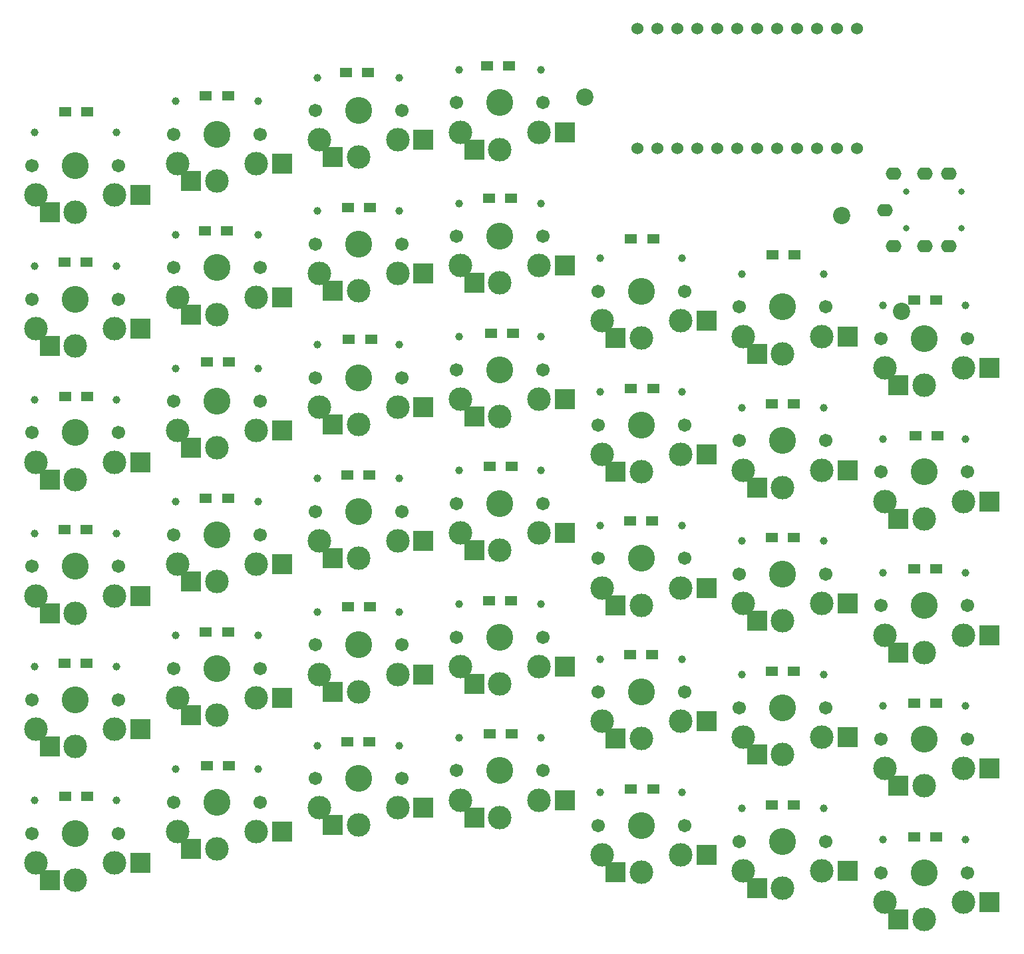
<source format=gts>
G04 #@! TF.GenerationSoftware,KiCad,Pcbnew,8.0.3*
G04 #@! TF.CreationDate,2024-11-05T20:03:27+01:00*
G04 #@! TF.ProjectId,vitter-kb,76697474-6572-42d6-9b62-2e6b69636164,rev?*
G04 #@! TF.SameCoordinates,Original*
G04 #@! TF.FileFunction,Soldermask,Top*
G04 #@! TF.FilePolarity,Negative*
%FSLAX46Y46*%
G04 Gerber Fmt 4.6, Leading zero omitted, Abs format (unit mm)*
G04 Created by KiCad (PCBNEW 8.0.3) date 2024-11-05 20:03:27*
%MOMM*%
%LPD*%
G01*
G04 APERTURE LIST*
%ADD10C,1.701800*%
%ADD11C,0.990600*%
%ADD12C,3.000000*%
%ADD13C,3.429000*%
%ADD14R,2.600000X2.600000*%
%ADD15C,2.200000*%
%ADD16R,1.600000X1.200000*%
%ADD17C,0.800000*%
%ADD18O,2.000000X1.600000*%
%ADD19C,1.524000*%
G04 APERTURE END LIST*
D10*
X121100000Y-101650000D03*
D11*
X121380000Y-97450000D03*
D12*
X121600000Y-105400000D03*
D13*
X126600000Y-101650000D03*
D12*
X126600000Y-107600000D03*
X131600000Y-105400000D03*
D11*
X131820000Y-97450000D03*
D10*
X132100000Y-101650000D03*
D14*
X123325000Y-107600000D03*
X134875000Y-105400000D03*
D10*
X49100000Y-62650000D03*
D11*
X49380000Y-58450000D03*
D12*
X49600000Y-66400000D03*
D13*
X54600000Y-62650000D03*
D12*
X54600000Y-68600000D03*
X59600000Y-66400000D03*
D11*
X59820000Y-58450000D03*
D10*
X60100000Y-62650000D03*
D14*
X51325000Y-68600000D03*
X62875000Y-66400000D03*
D10*
X85100000Y-126650000D03*
D11*
X85380000Y-122450000D03*
D12*
X85600000Y-130400000D03*
D13*
X90600000Y-126650000D03*
D12*
X90600000Y-132600000D03*
X95600000Y-130400000D03*
D11*
X95820000Y-122450000D03*
D10*
X96100000Y-126650000D03*
D14*
X87325000Y-132600000D03*
X98875000Y-130400000D03*
D10*
X121100000Y-118650000D03*
D11*
X121380000Y-114450000D03*
D12*
X121600000Y-122400000D03*
D13*
X126600000Y-118650000D03*
D12*
X126600000Y-124600000D03*
X131600000Y-122400000D03*
D11*
X131820000Y-114450000D03*
D10*
X132100000Y-118650000D03*
D14*
X123325000Y-124600000D03*
X134875000Y-122400000D03*
D10*
X103100000Y-116650000D03*
D11*
X103380000Y-112450000D03*
D12*
X103600000Y-120400000D03*
D13*
X108600000Y-116650000D03*
D12*
X108600000Y-122600000D03*
X113600000Y-120400000D03*
D11*
X113820000Y-112450000D03*
D10*
X114100000Y-116650000D03*
D14*
X105325000Y-122600000D03*
X116875000Y-120400000D03*
D15*
X134100000Y-56000000D03*
D10*
X103100000Y-133650000D03*
D11*
X103380000Y-129450000D03*
D12*
X103600000Y-137400000D03*
D13*
X108600000Y-133650000D03*
D12*
X108600000Y-139600000D03*
X113600000Y-137400000D03*
D11*
X113820000Y-129450000D03*
D10*
X114100000Y-133650000D03*
D14*
X105325000Y-139600000D03*
X116875000Y-137400000D03*
D10*
X49100000Y-45650000D03*
D11*
X49380000Y-41450000D03*
D12*
X49600000Y-49400000D03*
D13*
X54600000Y-45650000D03*
D12*
X54600000Y-51600000D03*
X59600000Y-49400000D03*
D11*
X59820000Y-41450000D03*
D10*
X60100000Y-45650000D03*
D14*
X51325000Y-51600000D03*
X62875000Y-49400000D03*
D16*
X92000000Y-105000000D03*
X89200000Y-105000000D03*
D10*
X67100000Y-93650000D03*
D11*
X67380000Y-89450000D03*
D12*
X67600000Y-97400000D03*
D13*
X72600000Y-93650000D03*
D12*
X72600000Y-99600000D03*
X77600000Y-97400000D03*
D11*
X77820000Y-89450000D03*
D10*
X78100000Y-93650000D03*
D14*
X69325000Y-99600000D03*
X80875000Y-97400000D03*
D16*
X55900000Y-58000000D03*
X53100000Y-58000000D03*
D10*
X139100000Y-88650000D03*
D11*
X139380000Y-84450000D03*
D12*
X139600000Y-92400000D03*
D13*
X144600000Y-88650000D03*
D12*
X144600000Y-94600000D03*
X149600000Y-92400000D03*
D11*
X149820000Y-84450000D03*
D10*
X150100000Y-88650000D03*
D14*
X141325000Y-94600000D03*
X152875000Y-92400000D03*
D16*
X128100000Y-61000000D03*
X125300000Y-61000000D03*
D10*
X85100000Y-41650000D03*
D11*
X85380000Y-37450000D03*
D12*
X85600000Y-45400000D03*
D13*
X90600000Y-41650000D03*
D12*
X90600000Y-47600000D03*
X95600000Y-45400000D03*
D11*
X95820000Y-37450000D03*
D10*
X96100000Y-41650000D03*
D14*
X87325000Y-47600000D03*
X98875000Y-45400000D03*
D10*
X67100000Y-59650000D03*
D11*
X67380000Y-55450000D03*
D12*
X67600000Y-63400000D03*
D13*
X72600000Y-59650000D03*
D12*
X72600000Y-65600000D03*
X77600000Y-63400000D03*
D11*
X77820000Y-55450000D03*
D10*
X78100000Y-59650000D03*
D14*
X69325000Y-65600000D03*
X80875000Y-63400000D03*
D10*
X49100000Y-130650000D03*
D11*
X49380000Y-126450000D03*
D12*
X49600000Y-134400000D03*
D13*
X54600000Y-130650000D03*
D12*
X54600000Y-136600000D03*
X59600000Y-134400000D03*
D11*
X59820000Y-126450000D03*
D10*
X60100000Y-130650000D03*
D14*
X51325000Y-136600000D03*
X62875000Y-134400000D03*
D16*
X92100000Y-122000000D03*
X89300000Y-122000000D03*
X92300000Y-71000000D03*
X89500000Y-71000000D03*
X74000000Y-89000000D03*
X71200000Y-89000000D03*
X38000000Y-96000000D03*
X35200000Y-96000000D03*
X91800000Y-37000000D03*
X89000000Y-37000000D03*
X146100000Y-66800000D03*
X143300000Y-66800000D03*
X74100000Y-55000000D03*
X71300000Y-55000000D03*
X56000000Y-92000000D03*
X53200000Y-92000000D03*
D10*
X31100000Y-100650000D03*
D11*
X31380000Y-96450000D03*
D12*
X31600000Y-104400000D03*
D13*
X36600000Y-100650000D03*
D12*
X36600000Y-106600000D03*
X41600000Y-104400000D03*
D11*
X41820000Y-96450000D03*
D10*
X42100000Y-100650000D03*
D14*
X33325000Y-106600000D03*
X44875000Y-104400000D03*
D16*
X110000000Y-111900000D03*
X107200000Y-111900000D03*
D10*
X49100000Y-113650000D03*
D11*
X49380000Y-109450000D03*
D12*
X49600000Y-117400000D03*
D13*
X54600000Y-113650000D03*
D12*
X54600000Y-119600000D03*
X59600000Y-117400000D03*
D11*
X59820000Y-109450000D03*
D10*
X60100000Y-113650000D03*
D14*
X51325000Y-119600000D03*
X62875000Y-117400000D03*
D16*
X56000000Y-40800000D03*
X53200000Y-40800000D03*
X110100000Y-78000000D03*
X107300000Y-78000000D03*
D17*
X149300000Y-57600000D03*
X142300000Y-57600000D03*
D18*
X139600000Y-55300000D03*
X140700000Y-59900000D03*
X144700000Y-59900000D03*
X147700000Y-59900000D03*
D16*
X146100000Y-118100000D03*
X143300000Y-118100000D03*
D10*
X121100000Y-84650000D03*
D11*
X121380000Y-80450000D03*
D12*
X121600000Y-88400000D03*
D13*
X126600000Y-84650000D03*
D12*
X126600000Y-90600000D03*
X131600000Y-88400000D03*
D11*
X131820000Y-80450000D03*
D10*
X132100000Y-84650000D03*
D14*
X123325000Y-90600000D03*
X134875000Y-88400000D03*
D10*
X85100000Y-92650000D03*
D11*
X85380000Y-88450000D03*
D12*
X85600000Y-96400000D03*
D13*
X90600000Y-92650000D03*
D12*
X90600000Y-98600000D03*
X95600000Y-96400000D03*
D11*
X95820000Y-88450000D03*
D10*
X96100000Y-92650000D03*
D14*
X87325000Y-98600000D03*
X98875000Y-96400000D03*
D16*
X146100000Y-135100000D03*
X143300000Y-135100000D03*
X128000000Y-97000000D03*
X125200000Y-97000000D03*
X74100000Y-105800000D03*
X71300000Y-105800000D03*
X38000000Y-113000000D03*
X35200000Y-113000000D03*
X56000000Y-109000000D03*
X53200000Y-109000000D03*
X92100000Y-87900000D03*
X89300000Y-87900000D03*
X146300000Y-84000000D03*
X143500000Y-84000000D03*
X38100000Y-42800000D03*
X35300000Y-42800000D03*
D10*
X31100000Y-134650000D03*
D11*
X31380000Y-130450000D03*
D12*
X31600000Y-138400000D03*
D13*
X36600000Y-134650000D03*
D12*
X36600000Y-140600000D03*
X41600000Y-138400000D03*
D11*
X41820000Y-130450000D03*
D10*
X42100000Y-134650000D03*
D14*
X33325000Y-140600000D03*
X44875000Y-138400000D03*
D16*
X74000000Y-123000000D03*
X71200000Y-123000000D03*
D10*
X67100000Y-110650000D03*
D11*
X67380000Y-106450000D03*
D12*
X67600000Y-114400000D03*
D13*
X72600000Y-110650000D03*
D12*
X72600000Y-116600000D03*
X77600000Y-114400000D03*
D11*
X77820000Y-106450000D03*
D10*
X78100000Y-110650000D03*
D14*
X69325000Y-116600000D03*
X80875000Y-114400000D03*
D10*
X139100000Y-71650000D03*
D11*
X139380000Y-67450000D03*
D12*
X139600000Y-75400000D03*
D13*
X144600000Y-71650000D03*
D12*
X144600000Y-77600000D03*
X149600000Y-75400000D03*
D11*
X149820000Y-67450000D03*
D10*
X150100000Y-71650000D03*
D14*
X141325000Y-77600000D03*
X152875000Y-75400000D03*
D10*
X85100000Y-109650000D03*
D11*
X85380000Y-105450000D03*
D12*
X85600000Y-113400000D03*
D13*
X90600000Y-109650000D03*
D12*
X90600000Y-115600000D03*
X95600000Y-113400000D03*
D11*
X95820000Y-105450000D03*
D10*
X96100000Y-109650000D03*
D14*
X87325000Y-115600000D03*
X98875000Y-113400000D03*
D10*
X103100000Y-82650000D03*
D11*
X103380000Y-78450000D03*
D12*
X103600000Y-86400000D03*
D13*
X108600000Y-82650000D03*
D12*
X108600000Y-88600000D03*
X113600000Y-86400000D03*
D11*
X113820000Y-78450000D03*
D10*
X114100000Y-82650000D03*
D14*
X105325000Y-88600000D03*
X116875000Y-86400000D03*
D10*
X85100000Y-58650000D03*
D11*
X85380000Y-54450000D03*
D12*
X85600000Y-62400000D03*
D13*
X90600000Y-58650000D03*
D12*
X90600000Y-64600000D03*
X95600000Y-62400000D03*
D11*
X95820000Y-54450000D03*
D10*
X96100000Y-58650000D03*
D14*
X87325000Y-64600000D03*
X98875000Y-62400000D03*
D10*
X49100000Y-79650000D03*
D11*
X49380000Y-75450000D03*
D12*
X49600000Y-83400000D03*
D13*
X54600000Y-79650000D03*
D12*
X54600000Y-85600000D03*
X59600000Y-83400000D03*
D11*
X59820000Y-75450000D03*
D10*
X60100000Y-79650000D03*
D14*
X51325000Y-85600000D03*
X62875000Y-83400000D03*
D16*
X128000000Y-131000000D03*
X125200000Y-131000000D03*
D10*
X31100000Y-83650000D03*
D11*
X31380000Y-79450000D03*
D12*
X31600000Y-87400000D03*
D13*
X36600000Y-83650000D03*
D12*
X36600000Y-89600000D03*
X41600000Y-87400000D03*
D11*
X41820000Y-79450000D03*
D10*
X42100000Y-83650000D03*
D14*
X33325000Y-89600000D03*
X44875000Y-87400000D03*
D10*
X67100000Y-42650000D03*
D11*
X67380000Y-38450000D03*
D12*
X67600000Y-46400000D03*
D13*
X72600000Y-42650000D03*
D12*
X72600000Y-48600000D03*
X77600000Y-46400000D03*
D11*
X77820000Y-38450000D03*
D10*
X78100000Y-42650000D03*
D14*
X69325000Y-48600000D03*
X80875000Y-46400000D03*
D10*
X139100000Y-122650000D03*
D11*
X139380000Y-118450000D03*
D12*
X139600000Y-126400000D03*
D13*
X144600000Y-122650000D03*
D12*
X144600000Y-128600000D03*
X149600000Y-126400000D03*
D11*
X149820000Y-118450000D03*
D10*
X150100000Y-122650000D03*
D14*
X141325000Y-128600000D03*
X152875000Y-126400000D03*
D16*
X110100000Y-59000000D03*
X107300000Y-59000000D03*
D10*
X31100000Y-117650000D03*
D11*
X31380000Y-113450000D03*
D12*
X31600000Y-121400000D03*
D13*
X36600000Y-117650000D03*
D12*
X36600000Y-123600000D03*
X41600000Y-121400000D03*
D11*
X41820000Y-113450000D03*
D10*
X42100000Y-117650000D03*
D14*
X33325000Y-123600000D03*
X44875000Y-121400000D03*
D16*
X128000000Y-80000000D03*
X125200000Y-80000000D03*
X146100000Y-101000000D03*
X143300000Y-101000000D03*
X38100000Y-129900000D03*
X35300000Y-129900000D03*
D15*
X141700000Y-68200000D03*
D10*
X31100000Y-66650000D03*
D11*
X31380000Y-62450000D03*
D12*
X31600000Y-70400000D03*
D13*
X36600000Y-66650000D03*
D12*
X36600000Y-72600000D03*
X41600000Y-70400000D03*
D11*
X41820000Y-62450000D03*
D10*
X42100000Y-66650000D03*
D14*
X33325000Y-72600000D03*
X44875000Y-70400000D03*
D16*
X110000000Y-94900000D03*
X107200000Y-94900000D03*
D10*
X67100000Y-76650000D03*
D11*
X67380000Y-72450000D03*
D12*
X67600000Y-80400000D03*
D13*
X72600000Y-76650000D03*
D12*
X72600000Y-82600000D03*
X77600000Y-80400000D03*
D11*
X77820000Y-72450000D03*
D10*
X78100000Y-76650000D03*
D14*
X69325000Y-82600000D03*
X80875000Y-80400000D03*
D10*
X31100000Y-49650000D03*
D11*
X31380000Y-45450000D03*
D12*
X31600000Y-53400000D03*
D13*
X36600000Y-49650000D03*
D12*
X36600000Y-55600000D03*
X41600000Y-53400000D03*
D11*
X41820000Y-45450000D03*
D10*
X42100000Y-49650000D03*
D14*
X33325000Y-55600000D03*
X44875000Y-53400000D03*
D16*
X73800000Y-37800000D03*
X71000000Y-37800000D03*
D10*
X103100000Y-65650000D03*
D11*
X103380000Y-61450000D03*
D12*
X103600000Y-69400000D03*
D13*
X108600000Y-65650000D03*
D12*
X108600000Y-71600000D03*
X113600000Y-69400000D03*
D11*
X113820000Y-61450000D03*
D10*
X114100000Y-65650000D03*
D14*
X105325000Y-71600000D03*
X116875000Y-69400000D03*
D15*
X101400000Y-40900000D03*
D10*
X67100000Y-127650000D03*
D11*
X67380000Y-123450000D03*
D12*
X67600000Y-131400000D03*
D13*
X72600000Y-127650000D03*
D12*
X72600000Y-133600000D03*
X77600000Y-131400000D03*
D11*
X77820000Y-123450000D03*
D10*
X78100000Y-127650000D03*
D14*
X69325000Y-133600000D03*
X80875000Y-131400000D03*
D10*
X121100000Y-135650000D03*
D11*
X121380000Y-131450000D03*
D12*
X121600000Y-139400000D03*
D13*
X126600000Y-135650000D03*
D12*
X126600000Y-141600000D03*
X131600000Y-139400000D03*
D11*
X131820000Y-131450000D03*
D10*
X132100000Y-135650000D03*
D14*
X123325000Y-141600000D03*
X134875000Y-139400000D03*
D16*
X74200000Y-71800000D03*
X71400000Y-71800000D03*
D10*
X121100000Y-67650000D03*
D11*
X121380000Y-63450000D03*
D12*
X121600000Y-71400000D03*
D13*
X126600000Y-67650000D03*
D12*
X126600000Y-73600000D03*
X131600000Y-71400000D03*
D11*
X131820000Y-63450000D03*
D10*
X132100000Y-67650000D03*
D14*
X123325000Y-73600000D03*
X134875000Y-71400000D03*
D16*
X56100000Y-126000000D03*
X53300000Y-126000000D03*
D10*
X85100000Y-75650000D03*
D11*
X85380000Y-71450000D03*
D12*
X85600000Y-79400000D03*
D13*
X90600000Y-75650000D03*
D12*
X90600000Y-81600000D03*
X95600000Y-79400000D03*
D11*
X95820000Y-71450000D03*
D10*
X96100000Y-75650000D03*
D14*
X87325000Y-81600000D03*
X98875000Y-79400000D03*
D16*
X110100000Y-129000000D03*
X107300000Y-129000000D03*
D10*
X103100000Y-99650000D03*
D11*
X103380000Y-95450000D03*
D12*
X103600000Y-103400000D03*
D13*
X108600000Y-99650000D03*
D12*
X108600000Y-105600000D03*
X113600000Y-103400000D03*
D11*
X113820000Y-95450000D03*
D10*
X114100000Y-99650000D03*
D14*
X105325000Y-105600000D03*
X116875000Y-103400000D03*
D16*
X92000000Y-53800000D03*
X89200000Y-53800000D03*
X38000000Y-61900000D03*
X35200000Y-61900000D03*
D10*
X139100000Y-139650000D03*
D11*
X139380000Y-135450000D03*
D12*
X139600000Y-143400000D03*
D13*
X144600000Y-139650000D03*
D12*
X144600000Y-145600000D03*
X149600000Y-143400000D03*
D11*
X149820000Y-135450000D03*
D10*
X150100000Y-139650000D03*
D14*
X141325000Y-145600000D03*
X152875000Y-143400000D03*
D10*
X49100000Y-96650000D03*
D11*
X49380000Y-92450000D03*
D12*
X49600000Y-100400000D03*
D13*
X54600000Y-96650000D03*
D12*
X54600000Y-102600000D03*
X59600000Y-100400000D03*
D11*
X59820000Y-92450000D03*
D10*
X60100000Y-96650000D03*
D14*
X51325000Y-102600000D03*
X62875000Y-100400000D03*
D16*
X128000000Y-114000000D03*
X125200000Y-114000000D03*
D10*
X139100000Y-105650000D03*
D11*
X139380000Y-101450000D03*
D12*
X139600000Y-109400000D03*
D13*
X144600000Y-105650000D03*
D12*
X144600000Y-111600000D03*
X149600000Y-109400000D03*
D11*
X149820000Y-101450000D03*
D10*
X150100000Y-105650000D03*
D14*
X141325000Y-111600000D03*
X152875000Y-109400000D03*
D17*
X142300000Y-53000000D03*
X149300000Y-53000000D03*
D18*
X139600000Y-55300000D03*
X140700000Y-50700000D03*
X144700000Y-50700000D03*
X147700000Y-50700000D03*
D19*
X136054500Y-32231100D03*
X133514500Y-32231100D03*
X130974500Y-32231100D03*
X128434500Y-32231100D03*
X125894500Y-32231100D03*
X123354500Y-32231100D03*
X120814500Y-32231100D03*
X118274500Y-32231100D03*
X115734500Y-32231100D03*
X113194500Y-32231100D03*
X110654500Y-32231100D03*
X108114500Y-32231100D03*
X108114500Y-47451100D03*
X110654500Y-47451100D03*
X113194500Y-47451100D03*
X115734500Y-47451100D03*
X118274500Y-47451100D03*
X120814500Y-47451100D03*
X123354500Y-47451100D03*
X125894500Y-47451100D03*
X128434500Y-47451100D03*
X130974500Y-47451100D03*
X133514500Y-47451100D03*
X136054500Y-47451100D03*
D16*
X38100000Y-79000000D03*
X35300000Y-79000000D03*
X56100000Y-74600000D03*
X53300000Y-74600000D03*
M02*

</source>
